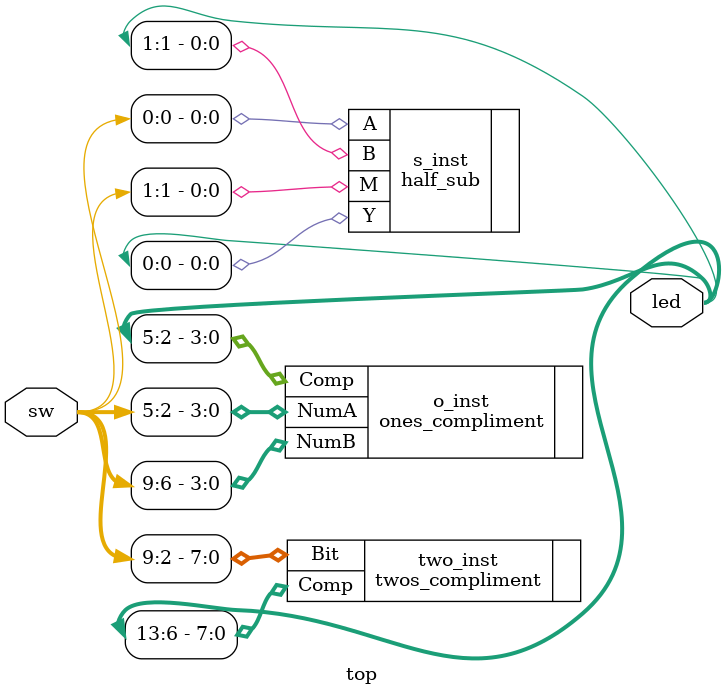
<source format=v>
module top(
    input [9:0]sw,
    output [13:0]led
    );
    
    half_sub s_inst(
        .A(sw[0]),
        .M(sw[1]),
        .Y(led[0]),
        .B(led[1])
    );
    
    ones_compliment o_inst(
        .NumA(sw[5:2]),
        .NumB(sw[9:6]),
        .Comp(led[5:2])
    );
    
    twos_compliment two_inst(
        .Bit(sw[9:2]),
        .Comp(led[13:6])
    );
    
endmodule
</source>
